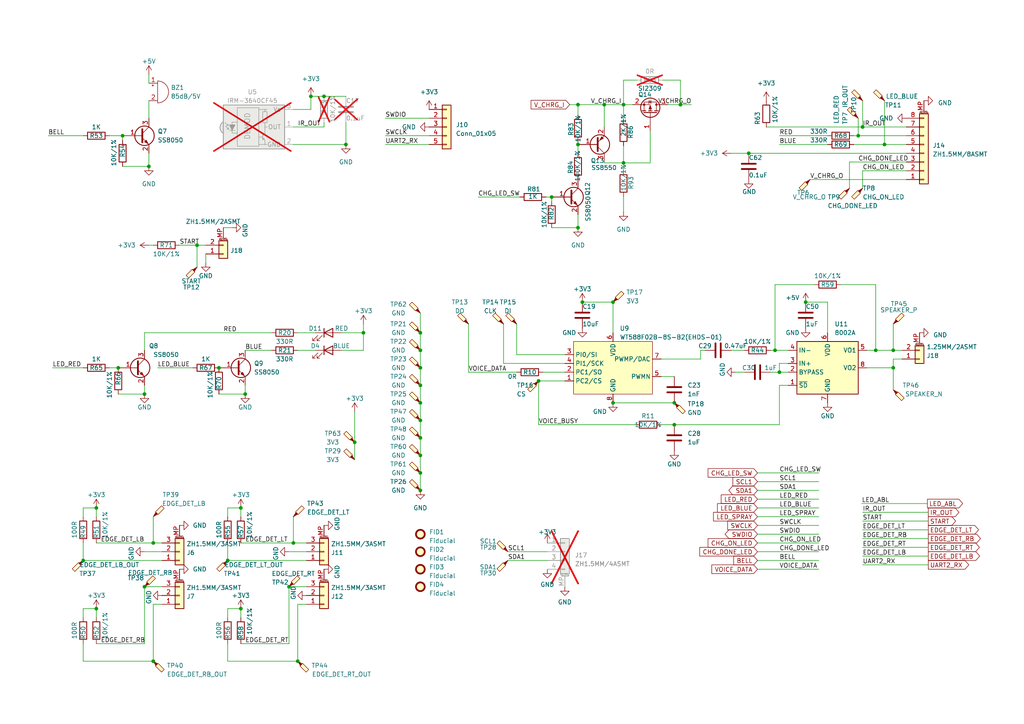
<source format=kicad_sch>
(kicad_sch (version 20230121) (generator eeschema)
  (paper "A4")
  (junction (at 195.58 116.84))
  (junction (at 226.06 107.95))
  (junction (at 217.17 44.45))
  (junction (at 160.02 57.15))
  (junction (at 86.36 191.77))
  (junction (at 233.68 87.63))
  (junction (at 102.87 128.27))
  (junction (at 121.92 121.92))
  (junction (at 224.79 101.6))
  (junction (at 248.92 39.37))
  (junction (at 250.19 36.83))
  (junction (at 177.8 116.84))
  (junction (at 24.13 162.56))
  (junction (at 254 101.6))
  (junction (at 121.92 106.68))
  (junction (at 57.15 71.12))
  (junction (at 197.358 30.353))
  (junction (at 63.5 106.68))
  (junction (at 256.54 41.91))
  (junction (at 93.98 27.94))
  (junction (at 167.64 30.353))
  (junction (at 180.848 30.353))
  (junction (at 66.04 162.56))
  (junction (at 121.92 116.84))
  (junction (at 121.92 101.6))
  (junction (at 69.85 176.53))
  (junction (at 121.92 132.08))
  (junction (at 27.94 147.32))
  (junction (at 85.09 157.48))
  (junction (at 259.08 101.6))
  (junction (at 168.91 87.63))
  (junction (at 27.94 176.53))
  (junction (at 195.58 123.19))
  (junction (at 177.8 87.63))
  (junction (at 43.18 48.26))
  (junction (at 41.91 114.3))
  (junction (at 121.92 96.52))
  (junction (at 100.33 41.91))
  (junction (at 259.08 106.68))
  (junction (at 105.41 96.52))
  (junction (at 121.92 111.76))
  (junction (at 83.82 170.18))
  (junction (at 44.45 191.77))
  (junction (at 35.56 39.37))
  (junction (at 41.91 170.18))
  (junction (at 156.21 110.49))
  (junction (at 175.26 30.353))
  (junction (at 44.45 157.48))
  (junction (at 121.92 142.24))
  (junction (at 167.64 41.91))
  (junction (at 69.85 147.32))
  (junction (at 167.64 66.04))
  (junction (at 121.92 127))
  (junction (at 180.848 47.244))
  (junction (at 34.29 106.68))
  (junction (at 90.17 27.94))
  (junction (at 121.92 137.16))
  (junction (at 71.12 114.3))
  (wire (pts (xy 246.38 54.61) (xy 246.38 46.99)))
  (wire (pts (xy 259.08 101.6) (xy 261.62 101.6)))
  (wire (pts (xy 248.92 39.37) (xy 262.89 39.37)))
  (wire (pts (xy 69.85 157.48) (xy 85.09 157.48)))
  (wire (pts (xy 86.36 191.77) (xy 86.36 175.26)))
  (wire (pts (xy 57.15 71.12) (xy 59.69 71.12)))
  (wire (pts (xy 121.92 121.92) (xy 121.92 116.84)))
  (wire (pts (xy 24.13 157.48) (xy 24.13 162.56)))
  (wire (pts (xy 158.369 57.15) (xy 160.02 57.15)))
  (wire (pts (xy 100.33 41.91) (xy 100.33 35.56)))
  (wire (pts (xy 250.19 158.75) (xy 269.24 158.75)))
  (wire (pts (xy 93.98 27.94) (xy 100.33 27.94)))
  (wire (pts (xy 249.936 146.05) (xy 268.986 146.05)))
  (wire (pts (xy 228.6 105.41) (xy 226.06 105.41)))
  (wire (pts (xy 102.87 128.27) (xy 102.87 133.35)))
  (wire (pts (xy 259.08 104.14) (xy 261.62 104.14)))
  (wire (pts (xy 254 101.6) (xy 259.08 101.6)))
  (wire (pts (xy 177.8 116.84) (xy 195.58 116.84)))
  (wire (pts (xy 105.41 93.98) (xy 105.41 96.52)))
  (wire (pts (xy 146.05 105.41) (xy 163.83 105.41)))
  (wire (pts (xy 121.92 90.805) (xy 121.92 96.52)))
  (wire (pts (xy 250.19 54.61) (xy 250.19 49.53)))
  (wire (pts (xy 165.227 30.353) (xy 167.64 30.353)))
  (wire (pts (xy 41.91 96.52) (xy 41.91 101.6)))
  (wire (pts (xy 147.32 162.56) (xy 158.75 162.56)))
  (wire (pts (xy 219.71 162.56) (xy 237.49 162.56)))
  (wire (pts (xy 219.71 154.94) (xy 237.49 154.94)))
  (wire (pts (xy 250.19 151.13) (xy 269.24 151.13)))
  (wire (pts (xy 191.77 104.14) (xy 203.2 104.14)))
  (wire (pts (xy 226.06 111.76) (xy 228.6 111.76)))
  (wire (pts (xy 256.54 29.21) (xy 256.54 41.91)))
  (wire (pts (xy 236.22 82.55) (xy 224.79 82.55)))
  (wire (pts (xy 197.358 30.353) (xy 193.675 30.353)))
  (wire (pts (xy 44.45 71.12) (xy 43.18 71.12)))
  (wire (pts (xy 256.54 41.91) (xy 262.89 41.91)))
  (wire (pts (xy 180.848 30.353) (xy 180.848 34.671)))
  (wire (pts (xy 52.07 71.12) (xy 57.15 71.12)))
  (wire (pts (xy 41.91 170.18) (xy 46.99 170.18)))
  (wire (pts (xy 85.09 149.86) (xy 85.09 157.48)))
  (wire (pts (xy 24.13 179.07) (xy 24.13 176.53)))
  (wire (pts (xy 160.02 66.04) (xy 167.64 66.04)))
  (wire (pts (xy 24.13 149.86) (xy 24.13 147.32)))
  (wire (pts (xy 251.46 106.68) (xy 259.08 106.68)))
  (wire (pts (xy 219.71 165.1) (xy 237.49 165.1)))
  (wire (pts (xy 167.64 30.353) (xy 167.64 33.401)))
  (wire (pts (xy 167.64 30.353) (xy 175.26 30.353)))
  (wire (pts (xy 43.18 29.21) (xy 43.18 34.29)))
  (wire (pts (xy 111.76 39.37) (xy 124.46 39.37)))
  (wire (pts (xy 250.19 148.59) (xy 269.24 148.59)))
  (wire (pts (xy 180.848 30.353) (xy 183.515 30.353)))
  (wire (pts (xy 86.36 96.52) (xy 91.44 96.52)))
  (wire (pts (xy 24.13 191.77) (xy 44.45 191.77)))
  (wire (pts (xy 121.92 106.68) (xy 121.92 111.76)))
  (wire (pts (xy 121.92 137.16) (xy 121.92 132.08)))
  (wire (pts (xy 66.04 191.77) (xy 86.36 191.77)))
  (wire (pts (xy 175.26 47.244) (xy 175.26 46.99)))
  (wire (pts (xy 24.13 162.56) (xy 46.99 162.56)))
  (wire (pts (xy 167.64 41.021) (xy 167.64 41.91)))
  (wire (pts (xy 226.06 123.19) (xy 226.06 111.76)))
  (wire (pts (xy 180.848 57.023) (xy 180.848 61.468)))
  (wire (pts (xy 203.2 101.6) (xy 204.47 101.6)))
  (wire (pts (xy 111.76 34.29) (xy 124.46 34.29)))
  (wire (pts (xy 64.77 66.04) (xy 67.31 66.04)))
  (wire (pts (xy 250.19 156.21) (xy 269.24 156.21)))
  (wire (pts (xy 35.56 39.37) (xy 35.56 40.64)))
  (wire (pts (xy 246.38 46.99) (xy 262.89 46.99)))
  (wire (pts (xy 85.09 41.91) (xy 100.33 41.91)))
  (wire (pts (xy 66.04 147.32) (xy 69.85 147.32)))
  (wire (pts (xy 219.71 157.48) (xy 237.49 157.48)))
  (wire (pts (xy 184.15 123.19) (xy 156.21 123.19)))
  (wire (pts (xy 233.68 87.63) (xy 240.03 87.63)))
  (wire (pts (xy 250.19 36.83) (xy 262.89 36.83)))
  (wire (pts (xy 219.71 144.78) (xy 237.49 144.78)))
  (wire (pts (xy 156.21 123.19) (xy 156.21 110.49)))
  (wire (pts (xy 240.03 87.63) (xy 240.03 96.52)))
  (wire (pts (xy 212.09 101.6) (xy 215.9 101.6)))
  (wire (pts (xy 254 101.6) (xy 251.46 101.6)))
  (wire (pts (xy 71.12 114.3) (xy 71.12 111.76)))
  (wire (pts (xy 44.45 175.26) (xy 46.99 175.26)))
  (wire (pts (xy 191.77 123.19) (xy 195.58 123.19)))
  (wire (pts (xy 66.04 149.86) (xy 66.04 147.32)))
  (wire (pts (xy 250.19 163.83) (xy 269.24 163.83)))
  (wire (pts (xy 111.76 41.91) (xy 124.46 41.91)))
  (wire (pts (xy 226.06 105.41) (xy 226.06 107.95)))
  (wire (pts (xy 44.45 157.48) (xy 46.99 157.48)))
  (wire (pts (xy 219.71 147.32) (xy 237.49 147.32)))
  (wire (pts (xy 45.72 106.68) (xy 55.88 106.68)))
  (wire (pts (xy 90.17 31.75) (xy 85.09 31.75)))
  (wire (pts (xy 93.98 36.83) (xy 93.98 35.56)))
  (wire (pts (xy 259.08 93.98) (xy 259.08 101.6)))
  (wire (pts (xy 43.18 21.59) (xy 43.18 24.13)))
  (wire (pts (xy 149.86 102.87) (xy 163.83 102.87)))
  (wire (pts (xy 69.85 147.32) (xy 69.85 149.86)))
  (wire (pts (xy 248.92 34.29) (xy 248.92 39.37)))
  (wire (pts (xy 138.684 57.15) (xy 150.749 57.15)))
  (wire (pts (xy 41.91 114.3) (xy 41.91 111.76)))
  (wire (pts (xy 219.71 137.16) (xy 237.49 137.16)))
  (wire (pts (xy 44.45 149.86) (xy 44.45 157.48)))
  (wire (pts (xy 250.19 29.21) (xy 250.19 36.83)))
  (wire (pts (xy 175.26 47.244) (xy 180.848 47.244)))
  (wire (pts (xy 43.18 44.45) (xy 43.18 48.26)))
  (wire (pts (xy 217.17 44.45) (xy 262.89 44.45)))
  (wire (pts (xy 121.92 101.6) (xy 121.92 106.68)))
  (wire (pts (xy 234.95 52.07) (xy 262.89 52.07)))
  (wire (pts (xy 168.91 87.63) (xy 177.8 87.63)))
  (wire (pts (xy 175.26 30.353) (xy 180.848 30.353)))
  (wire (pts (xy 259.08 106.68) (xy 259.08 104.14)))
  (wire (pts (xy 250.19 161.29) (xy 269.24 161.29)))
  (wire (pts (xy 57.15 71.12) (xy 57.15 77.47)))
  (wire (pts (xy 31.75 39.37) (xy 35.56 39.37)))
  (wire (pts (xy 167.64 62.23) (xy 167.64 66.04)))
  (wire (pts (xy 66.04 179.07) (xy 66.04 176.53)))
  (wire (pts (xy 27.94 157.48) (xy 44.45 157.48)))
  (wire (pts (xy 63.5 114.3) (xy 71.12 114.3)))
  (wire (pts (xy 254 82.55) (xy 254 101.6)))
  (wire (pts (xy 85.09 36.83) (xy 93.98 36.83)))
  (wire (pts (xy 219.71 152.4) (xy 237.49 152.4)))
  (wire (pts (xy 226.06 41.91) (xy 240.03 41.91)))
  (wire (pts (xy 184.658 23.241) (xy 180.848 23.241)))
  (wire (pts (xy 247.65 41.91) (xy 256.54 41.91)))
  (wire (pts (xy 195.58 109.22) (xy 191.77 109.22)))
  (wire (pts (xy 243.84 82.55) (xy 254 82.55)))
  (wire (pts (xy 41.91 96.52) (xy 78.74 96.52)))
  (wire (pts (xy 27.94 147.32) (xy 27.94 149.86)))
  (wire (pts (xy 217.17 44.45) (xy 212.09 44.45)))
  (wire (pts (xy 88.9 160.02) (xy 83.82 160.02)))
  (wire (pts (xy 27.94 176.53) (xy 27.94 179.07)))
  (wire (pts (xy 31.75 106.68) (xy 34.29 106.68)))
  (wire (pts (xy 35.56 48.26) (xy 43.18 48.26)))
  (wire (pts (xy 175.26 30.353) (xy 175.26 36.83)))
  (wire (pts (xy 99.06 96.52) (xy 105.41 96.52)))
  (wire (pts (xy 15.24 106.68) (xy 24.13 106.68)))
  (wire (pts (xy 219.71 149.86) (xy 237.49 149.86)))
  (wire (pts (xy 102.87 119.38) (xy 102.87 128.27)))
  (wire (pts (xy 13.97 39.37) (xy 24.13 39.37)))
  (wire (pts (xy 223.52 107.95) (xy 226.06 107.95)))
  (wire (pts (xy 226.06 107.95) (xy 228.6 107.95)))
  (wire (pts (xy 24.13 186.69) (xy 24.13 191.77)))
  (wire (pts (xy 135.89 93.98) (xy 135.89 107.95)))
  (wire (pts (xy 156.21 110.49) (xy 163.83 110.49)))
  (wire (pts (xy 215.9 107.95) (xy 213.36 107.95)))
  (wire (pts (xy 86.36 101.6) (xy 91.44 101.6)))
  (wire (pts (xy 121.92 142.24) (xy 121.92 137.16)))
  (wire (pts (xy 86.36 175.26) (xy 88.9 175.26)))
  (wire (pts (xy 66.04 162.56) (xy 88.9 162.56)))
  (wire (pts (xy 46.99 160.02) (xy 41.91 160.02)))
  (wire (pts (xy 180.848 47.244) (xy 180.848 49.403)))
  (wire (pts (xy 219.71 160.02) (xy 237.49 160.02)))
  (wire (pts (xy 121.92 111.76) (xy 121.92 116.84)))
  (wire (pts (xy 69.85 176.53) (xy 69.85 179.07)))
  (wire (pts (xy 250.19 153.67) (xy 269.24 153.67)))
  (wire (pts (xy 180.848 47.244) (xy 188.595 47.244)))
  (wire (pts (xy 121.92 132.08) (xy 121.92 127)))
  (wire (pts (xy 146.05 93.98) (xy 146.05 105.41)))
  (wire (pts (xy 200.533 30.353) (xy 197.358 30.353)))
  (wire (pts (xy 90.17 27.94) (xy 90.17 31.75)))
  (wire (pts (xy 180.848 42.291) (xy 180.848 47.244)))
  (wire (pts (xy 226.06 39.37) (xy 240.03 39.37)))
  (wire (pts (xy 66.04 176.53) (xy 69.85 176.53)))
  (wire (pts (xy 69.85 186.69) (xy 83.82 186.69)))
  (wire (pts (xy 24.13 176.53) (xy 27.94 176.53)))
  (wire (pts (xy 180.848 23.241) (xy 180.848 30.353)))
  (wire (pts (xy 149.86 93.98) (xy 149.86 102.87)))
  (wire (pts (xy 135.89 107.95) (xy 149.86 107.95)))
  (wire (pts (xy 167.64 41.91) (xy 167.64 44.45)))
  (wire (pts (xy 71.12 101.6) (xy 78.74 101.6)))
  (wire (pts (xy 90.17 27.94) (xy 93.98 27.94)))
  (wire (pts (xy 160.02 57.15) (xy 160.02 58.42)))
  (wire (pts (xy 24.13 147.32) (xy 27.94 147.32)))
  (wire (pts (xy 224.79 101.6) (xy 228.6 101.6)))
  (wire (pts (xy 34.29 114.3) (xy 41.91 114.3)))
  (wire (pts (xy 223.52 101.6) (xy 224.79 101.6)))
  (wire (pts (xy 121.92 96.52) (xy 121.92 101.6)))
  (wire (pts (xy 203.2 101.6) (xy 203.2 104.14)))
  (wire (pts (xy 195.58 123.19) (xy 226.06 123.19)))
  (wire (pts (xy 85.09 157.48) (xy 88.9 157.48)))
  (wire (pts (xy 44.45 191.77) (xy 44.45 175.26)))
  (wire (pts (xy 177.8 87.63) (xy 177.8 96.52)))
  (wire (pts (xy 105.41 101.6) (xy 99.06 101.6)))
  (wire (pts (xy 41.91 186.69) (xy 41.91 170.18)))
  (wire (pts (xy 59.69 76.2) (xy 59.69 73.66)))
  (wire (pts (xy 219.71 142.24) (xy 237.49 142.24)))
  (wire (pts (xy 259.08 106.68) (xy 259.08 113.03)))
  (wire (pts (xy 157.48 107.95) (xy 163.83 107.95)))
  (wire (pts (xy 66.04 157.48) (xy 66.04 162.56)))
  (wire (pts (xy 222.25 36.83) (xy 250.19 36.83)))
  (wire (pts (xy 219.71 139.7) (xy 237.49 139.7)))
  (wire (pts (xy 83.82 170.18) (xy 88.9 170.18)))
  (wire (pts (xy 197.358 23.241) (xy 197.358 30.353)))
  (wire (pts (xy 83.82 186.69) (xy 83.82 170.18)))
  (wire (pts (xy 66.04 186.69) (xy 66.04 191.77)))
  (wire (pts (xy 188.595 37.973) (xy 188.595 47.244)))
  (wire (pts (xy 147.32 160.02) (xy 158.75 160.02)))
  (wire (pts (xy 121.92 127) (xy 121.92 121.92)))
  (wire (pts (xy 224.79 82.55) (xy 224.79 101.6)))
  (wire (pts (xy 250.19 49.53) (xy 262.89 49.53)))
  (wire (pts (xy 27.94 186.69) (xy 41.91 186.69)))
  (wire (pts (xy 192.278 23.241) (xy 197.358 23.241)))
  (wire (pts (xy 105.41 96.52) (xy 105.41 101.6)))
  (wire (pts (xy 247.65 39.37) (xy 248.92 39.37)))
  (label "LED_ABL" (at 249.936 146.05 0))
  (label "CHG_LED_SW" (at 226.06 137.16 0))
  (label "SWCLK" (at 226.06 152.4 0))
  (label "BELL" (at 13.97 39.37 0))
  (label "EDGE_DET_RB" (at 29.21 186.69 0))
  (label "VOICE_BUSY" (at 156.21 123.19 0))
  (label "SWDIO" (at 226.06 154.94 0))
  (label "EDGE_DET_RT" (at 250.19 158.75 0))
  (label "VOICE_DATA" (at 226.06 165.1 0))
  (label "SDA1" (at 226.06 142.24 0))
  (label "V_CHRG_I" (at 171.323 30.353 0))
  (label "EDGE_DET_LB" (at 250.19 161.29 0))
  (label "CHG_ON_LED" (at 250.19 49.53 0))
  (label "IR_OUT" (at 250.19 148.59 0))
  (label "EDGE_DET_LT" (at 71.12 157.48 0))
  (label "LED_RED" (at 15.24 106.68 0))
  (label "EDGE_DET_RB" (at 250.19 156.21 0))
  (label "LED_RED" (at 226.06 144.78 0))
  (label "SWDIO" (at 111.76 34.29 0))
  (label "CHG_DONE_LED" (at 226.06 160.02 0))
  (label "V_CHRG_O" (at 200.533 30.353 180))
  (label "EDGE_DET_LT" (at 250.19 153.67 0))
  (label "BLUE" (at 71.12 101.6 0))
  (label "VOICE_DATA" (at 135.89 107.95 0))
  (label "SWCLK" (at 111.76 39.37 0))
  (label "CHG_DONE_LED" (at 248.92 46.99 0))
  (label "CHG_LED_SW" (at 138.684 57.15 0))
  (label "BELL" (at 226.06 162.56 0))
  (label "EDGE_DET_RT" (at 71.12 186.69 0))
  (label "SDA1" (at 147.32 162.56 0))
  (label "RED" (at 226.06 39.37 0))
  (label "UART2_RX" (at 111.76 41.91 0))
  (label "LED_BLUE" (at 226.06 147.32 0))
  (label "EDGE_DET_LB" (at 29.21 157.48 0))
  (label "BLUE" (at 226.06 41.91 0))
  (label "START" (at 250.19 151.13 0))
  (label "UART2_RX" (at 250.19 163.83 0))
  (label "IR_OUT" (at 250.19 36.83 0))
  (label "CHG_ON_LED" (at 226.06 157.48 0))
  (label "LED_SPRAY" (at 226.06 149.86 0))
  (label "SCL1" (at 226.06 139.7 0))
  (label "LED_BLUE" (at 45.72 106.68 0))
  (label "IR_OUT" (at 86.36 36.83 0))
  (label "SCL1" (at 147.32 160.02 0))
  (label "V_CHRG_O" (at 234.95 52.07 0))
  (label "RED" (at 64.77 96.52 0))
  (label "START" (at 52.07 71.12 0))
  (global_label "VOICE_DATA" (shape input) (at 219.71 165.1 180) (property "Intersheetrefs" "${INTERSHEET_REFS}" (effects hide)))
  (global_label "LED_SPRAY" (shape input) (at 219.71 149.86 180) (property "Intersheetrefs" "${INTERSHEET_REFS}" (effects hide)))
  (global_label "SDA1" (shape bidirectional) (at 219.71 142.24 180) (property "Intersheetrefs" "${INTERSHEET_REFS}" (effects hide)))
  (global_label "V_CHRG_I" (shape input) (at 165.227 30.353 180) (property "Intersheetrefs" "${INTERSHEET_REFS}" (effects hide)))
  (global_label "LED_RED" (shape input) (at 219.71 144.78 180) (property "Intersheetrefs" "${INTERSHEET_REFS}" (effects hide)))
  (global_label "CHG_LED_SW" (shape input) (at 219.71 137.16 180) (property "Intersheetrefs" "${INTERSHEET_REFS}" (effects hide)))
  (global_label "EDGE_DET_RT" (shape output) (at 269.24 158.75 0) (property "Intersheetrefs" "${INTERSHEET_REFS}" (effects hide)))
  (global_label "SWDIO" (shape bidirectional) (at 219.71 154.94 180) (property "Intersheetrefs" "${INTERSHEET_REFS}" (effects hide)))
  (global_label "UART2_RX" (shape output) (at 269.24 163.83 0) (property "Intersheetrefs" "${INTERSHEET_REFS}" (effects hide)))
  (global_label "EDGE_DET_LT" (shape output) (at 269.24 153.67 0) (property "Intersheetrefs" "${INTERSHEET_REFS}" (effects hide)))
  (global_label "EDGE_DET_LB" (shape output) (at 269.24 161.29 0) (property "Intersheetrefs" "${INTERSHEET_REFS}" (effects hide)))
  (global_label "START" (shape output) (at 269.24 151.13 0) (property "Intersheetrefs" "${INTERSHEET_REFS}" (effects hide)))
  (global_label "SWCLK" (shape input) (at 219.71 152.4 180) (property "Intersheetrefs" "${INTERSHEET_REFS}" (effects hide)))
  (global_label "IR_OUT" (shape output) (at 269.24 148.59 0) (property "Intersheetrefs" "${INTERSHEET_REFS}" (effects hide)))
  (global_label "SCL1" (shape input) (at 219.71 139.7 180) (property "Intersheetrefs" "${INTERSHEET_REFS}" (effects hide)))
  (global_label "LED_BLUE" (shape input) (at 219.71 147.32 180) (property "Intersheetrefs" "${INTERSHEET_REFS}" (effects hide)))
  (global_label "EDGE_DET_RB" (shape output) (at 269.24 156.21 0) (property "Intersheetrefs" "${INTERSHEET_REFS}" (effects hide)))
  (global_label "CHG_DONE_LED" (shape input) (at 219.71 160.02 180) (property "Intersheetrefs" "${INTERSHEET_REFS}" (effects hide)))
  (global_label "CHG_ON_LED" (shape input) (at 219.71 157.48 180) (property "Intersheetrefs" "${INTERSHEET_REFS}" (effects hide)))
  (global_label "BELL" (shape input) (at 219.71 162.56 180) (property "Intersheetrefs" "${INTERSHEET_REFS}" (effects hide)))
  (global_label "LED_ABL" (shape output) (at 268.986 146.05 0) (property "Intersheetrefs" "${INTERSHEET_REFS}" (effects hide)))
  (symbol (lib_id "power:GND") (at 267.97 29.21 90) (unit 1)
    (property "Reference" "#PWR018" (effects hide))
    (property "Value" "GND" (at 272.034 29.845 90) (effects (justify right)))
  )
  (symbol (lib_id "Device:C") (at 219.71 107.95 90) (unit 1)
    (property "Reference" "C30" (at 217.17 106.68 90))
    (property "Value" "1uF" (at 223.52 106.68 90))
    (property "Footprint" "Capacitor_SMD:C_0603_1608Metric" (effects hide))
  )
  (symbol (lib_id "Connector:TestPoint_Probe") (at 86.36 191.77 270) (unit 1)
    (property "Reference" "TP44" (at 92.71 193.04 90))
    (property "Value" "EDGE_DET_RT_OUT" (at 99.06 195.58 90))
    (property "Footprint" "TestPoint:TestPoint_Pad_D1.5mm" (effects hide))
  )
  (symbol (lib_id "power:+3V3") (at 222.25 29.21 0) (unit 1)
    (property "Reference" "#PWR0203" (effects hide))
    (property "Value" "+3V3" (at 222.25 24.13 0))
  )
  (symbol (lib_id "Ovo_Audio:WT588F02B-8S") (at 177.8 106.68 0) (unit 1)
    (property "Reference" "U9" (at 179.7559 95.25 0) (effects (justify left)))
    (property "Value" "WT588F02B-8S-B2(EHDS-01)" (at 179.7559 97.79 0) (effects (justify left)))
    (property "Footprint" "Package_SO:SOIC-8_3.9x4.9mm_P1.27mm" (effects hide))
  )
  (symbol (lib_id "Device:LED") (at 95.25 101.6 0) (unit 1)
    (property "Reference" "D4" (at 91.44 100.33 0))
    (property "Value" "BLUE" (at 99.06 100.33 0))
    (property "Footprint" "LED_SMD:LED_0805_2012Metric" (effects hide))
  )
  (symbol (lib_id "Device:R") (at 167.64 48.26 180) (unit 1)
    (property "Reference" "R84" (at 165.481 48.514 90))
    (property "Value" "100K/1%" (at 167.513 48.133 90))
    (property "Footprint" "Resistor_SMD:R_0603_1608Metric" (effects hide))
    (instances (project "cleanrobot-square-main" (path "" (reference "R84") (unit 1)) (path "" (reference "R?") (unit 1))))
  )
  (symbol (lib_id "Connector:TestPoint_Probe") (at 121.92 121.92 90) (unit 1)
    (property "Reference" "TP47" (at 115.57 119.38 90))
    (property "Value" "GND" (at 115.57 121.92 90))
    (property "Footprint" "TestPoint:TestPoint_Pad_D1.5mm" (effects hide))
  )
  (symbol (lib_id "Device:R") (at 27.94 153.67 0) (unit 1)
    (property "Reference" "R51" (at 27.94 156.21 90) (effects (justify left)))
    (property "Value" "10K/1%" (at 30.48 156.21 90) (effects (justify left)))
    (property "Footprint" "Resistor_SMD:R_0603_1608Metric" (effects hide))
  )
  (symbol (lib_id "power:GND") (at 240.03 116.84 0) (unit 1)
    (property "Reference" "#PWR0156" (effects hide))
    (property "Value" "GND" (at 240.03 120.65 0))
  )
  (symbol (lib_id "power:GND") (at 266.7 96.52 90) (unit 1)
    (property "Reference" "#PWR020" (effects hide))
    (property "Value" "GND" (at 270.637 97.155 90) (effects (justify right)))
  )
  (symbol (lib_id "power:GND") (at 213.36 107.95 270) (unit 1)
    (property "Reference" "#PWR0178" (effects hide))
    (property "Value" "GND" (at 209.55 109.22 0) (effects (justify right)))
  )
  (symbol (lib_id "Connector_Generic:Conn_01x05") (at 129.54 36.83 0) (unit 1)
    (property "Reference" "J10" (at 132.207 36.195 0) (effects (justify left)))
    (property "Value" "Conn_01x05 " (at 132.207 38.735 0) (effects (justify left)))
    (property "Footprint" "Connector_PinHeader_2.00mm:PinHeader_1x05_P2.00mm_Vertical" (effects hide))
  )
  (symbol (lib_id "Device:R") (at 180.848 38.481 180) (unit 1)
    (property "Reference" "R86" (at 182.88 40.259 90) (effects (justify right)))
    (property "Value" "2K/1%" (at 180.848 39.624 90) (effects (justify right)))
    (property "Footprint" "Resistor_SMD:R_0603_1608Metric" (effects hide))
    (instances (project "cleanrobot-square-main" (path "" (reference "R86") (unit 1)) (path "" (reference "R?") (unit 1))))
  )
  (symbol (lib_id "power:+3V3") (at 43.18 71.12 90) (unit 1)
    (property "Reference" "#PWR0198" (effects hide))
    (property "Value" "+3V3" (at 39.37 71.1199 90) (effects (justify left)))
  )
  (symbol (lib_id "Device:C") (at 100.33 31.75 0) (unit 1) (in_bom no) (dnp yes)
    (property "Reference" "C17" (at 100.33 29.21 0) (effects (justify left)))
    (property "Value" "0.1uF" (at 100.33 34.29 0) (effects (justify left)))
    (property "Footprint" "Capacitor_SMD:C_0603_1608Metric" (effects hide))
  )
  (symbol (lib_id "Connector:TestPoint_Probe") (at 259.08 93.98 0) (unit 1)
    (property "Reference" "TP45" (at 260.731 88.138 0))
    (property "Value" "SPEAKER_P" (at 260.731 89.916 0))
    (property "Footprint" "TestPoint:TestPoint_Pad_D1.5mm" (effects hide))
  )
  (symbol (lib_id "power:+3V3") (at 69.85 147.32 0) (unit 1)
    (property "Reference" "#PWR0205" (effects hide))
    (property "Value" "+3V3" (at 69.85 143.51 0))
  )
  (symbol (lib_id "power:+3V3") (at 102.87 119.38 0) (unit 1)
    (property "Reference" "#PWR0222" (effects hide))
    (property "Value" "+3V3" (at 102.87 115.57 0))
  )
  (symbol (lib_id "Device:R") (at 222.25 33.02 180) (unit 1)
    (property "Reference" "R63" (at 219.71 34.29 90))
    (property "Value" "10K/1%" (at 224.79 31.75 90))
    (property "Footprint" "Resistor_SMD:R_0603_1608Metric" (effects hide))
  )
  (symbol (lib_id "Device:R") (at 69.85 182.88 0) (unit 1)
    (property "Reference" "R58" (at 69.85 185.42 90) (effects (justify left)))
    (property "Value" "10K/1%" (at 72.39 184.15 90) (effects (justify left)))
    (property "Footprint" "Resistor_SMD:R_0603_1608Metric" (effects hide))
  )
  (symbol (lib_id "Device:C") (at 168.91 91.44 0) (unit 1)
    (property "Reference" "C19" (at 168.91 88.9 0) (effects (justify left)))
    (property "Value" "10uF" (at 168.91 93.98 0) (effects (justify left)))
    (property "Footprint" "Capacitor_SMD:C_0603_1608Metric" (effects hide))
  )
  (symbol (lib_id "power:GND") (at 52.07 152.4 90) (unit 1)
    (property "Reference" "#PWR012" (effects hide))
    (property "Value" "GND" (at 55.88 152.4 90) (effects (justify right)))
  )
  (symbol (lib_id "Device:R") (at 160.02 62.23 0) (unit 1)
    (property "Reference" "R82" (at 159.893 63.881 90) (effects (justify left)))
    (property "Value" "10K/1%" (at 157.861 66.167 90) (effects (justify left)))
    (property "Footprint" "Resistor_SMD:R_0603_1608Metric" (effects hide))
    (instances (project "cleanrobot-square-main" (path "" (reference "R82") (unit 1)) (path "" (reference "R?") (unit 1))))
  )
  (symbol (lib_id "Device:R") (at 153.67 107.95 90) (unit 1)
    (property "Reference" "R10" (at 153.67 107.95 90))
    (property "Value" "0R" (at 148.59 109.22 90))
    (property "Footprint" "Resistor_SMD:R_0603_1608Metric" (effects hide))
  )
  (symbol (lib_id "Device:R") (at 188.468 23.241 90) (unit 1) (in_bom no) (dnp yes)
    (property "Reference" "R85" (at 188.468 23.241 90))
    (property "Value" "0R" (at 188.468 20.701 90))
    (property "Footprint" "Resistor_SMD:R_0603_1608Metric" (effects hide))
  )
  (symbol (lib_id "power:GND") (at 217.17 52.07 0) (unit 1)
    (property "Reference" "#PWR0204" (effects hide))
    (property "Value" "GND" (at 217.297 55.626 0))
  )
  (symbol (lib_id "Connector:TestPoint_Probe") (at 102.87 128.27 90) (unit 1)
    (property "Reference" "TP63" (at 96.52 125.73 90))
    (property "Value" "3V3" (at 96.52 128.27 90))
    (property "Footprint" "TestPoint:TestPoint_Pad_D1.5mm" (effects hide))
  )
  (symbol (lib_id "Device:R") (at 27.94 106.68 90) (unit 1)
    (property "Reference" "R65" (at 27.94 106.68 90))
    (property "Value" "1K" (at 27.94 104.14 90))
    (property "Footprint" "Resistor_SMD:R_0603_1608Metric" (effects hide))
  )
  (symbol (lib_id "Connector:TestPoint_Probe") (at 135.89 93.98 90) (unit 1)
    (property "Reference" "TP13" (at 133.35 87.63 90))
    (property "Value" "DO" (at 133.35 90.17 90))
    (property "Footprint" "TestPoint:TestPoint_Pad_D1.5mm" (effects hide))
  )
  (symbol (lib_id "power:+3V3") (at 90.17 27.94 0) (unit 1)
    (property "Reference" "#PWR0116" (effects hide))
    (property "Value" "+3V3" (at 90.17 22.86 0))
  )
  (symbol (lib_id "Device:R") (at 24.13 153.67 0) (unit 1)
    (property "Reference" "R49" (at 24.13 156.21 90) (effects (justify left)))
    (property "Value" "100R" (at 21.59 156.21 90) (effects (justify left)))
    (property "Footprint" "Resistor_SMD:R_0603_1608Metric" (effects hide))
  )
  (symbol (lib_id "power:GND") (at 168.91 95.25 0) (unit 1)
    (property "Reference" "#PWR0135" (effects hide))
    (property "Value" "GND" (at 165.1 96.52 0))
  )
  (symbol (lib_id "Device:R") (at 187.96 123.19 90) (unit 1)
    (property "Reference" "R11" (at 187.96 120.65 90))
    (property "Value" "10K/1%" (at 187.96 123.19 90))
    (property "Footprint" "Resistor_SMD:R_0603_1608Metric" (effects hide))
  )
  (symbol (lib_id "Device:R") (at 34.29 110.49 0) (unit 1)
    (property "Reference" "R66" (at 34.29 111.76 90) (effects (justify left)))
    (property "Value" "10K/1%" (at 31.75 115.57 90) (effects (justify left)))
    (property "Footprint" "Resistor_SMD:R_0603_1608Metric" (effects hide))
  )
  (symbol (lib_id "Connector:TestPoint_Probe") (at 121.92 90.805 90) (unit 1)
    (property "Reference" "TP62" (at 115.57 88.265 90))
    (property "Value" "GND" (at 115.57 90.805 90))
    (property "Footprint" "TestPoint:TestPoint_Pad_D1.5mm" (effects hide))
  )
  (symbol (lib_id "Connector:TestPoint_Probe") (at 259.08 113.03 270) (unit 1)
    (property "Reference" "TP46" (at 264.16 111.76 90))
    (property "Value" "SPEAKER_N" (at 267.97 114.3 90))
    (property "Footprint" "TestPoint:TestPoint_Pad_D1.5mm" (effects hide))
  )
  (symbol (lib_id "Device:R") (at 82.55 96.52 90) (unit 1)
    (property "Reference" "R20" (at 82.55 96.52 90))
    (property "Value" "330R" (at 82.55 99.06 90))
    (property "Footprint" "Resistor_SMD:R_0603_1608Metric" (effects hide))
  )
  (symbol (lib_id "Connector_Generic_MountingPin:Conn_01x08_MountingPin") (at 267.97 44.45 0) (mirror x) (unit 1)
    (property "Reference" "J14" (at 270.51 42.1894 0) (effects (justify left)))
    (property "Value" "ZH1.5MM/8ASMT" (at 270.51 44.7294 0) (effects (justify left)))
    (property "Footprint" "Ovo_Connector_JST:JST_ZH_B8B-ZR-SM4-TF_1x08-1MP_P1.50mm_Vertical" (effects hide))
  )
  (symbol (lib_id "power:+3V3") (at 168.91 87.63 0) (unit 1)
    (property "Reference" "#PWR0149" (effects hide))
    (property "Value" "+3V3" (at 168.91 83.82 0))
  )
  (symbol (lib_id "power:GND") (at 177.8 116.84 0) (unit 1)
    (property "Reference" "#PWR0148" (effects hide))
    (property "Value" "GND" (at 173.99 119.38 0))
  )
  (symbol (lib_id "Connector:TestPoint_Probe") (at 24.13 162.56 180) (unit 1)
    (property "Reference" "TP37" (at 25.4 166.37 0))
    (property "Value" "EDGE_DET_LB_OUT" (at 31.75 163.83 0))
    (property "Footprint" "TestPoint:TestPoint_Pad_D1.5mm" (effects hide))
  )
  (symbol (lib_id "Connector:TestPoint_Probe") (at 121.92 132.08 90) (unit 1)
    (property "Reference" "TP60" (at 115.57 129.54 90))
    (property "Value" "GND" (at 115.57 132.08 90))
    (property "Footprint" "TestPoint:TestPoint_Pad_D1.5mm" (effects hide))
  )
  (symbol (lib_id "power:GND") (at 195.58 130.81 0) (unit 1)
    (property "Reference" "#PWR0127" (effects hide))
    (property "Value" "GND" (at 195.58 134.62 0))
  )
  (symbol (lib_id "power:+3V3") (at 27.94 147.32 0) (unit 1)
    (property "Reference" "#PWR0206" (effects hide))
    (property "Value" "+3V3" (at 27.94 143.51 0))
  )
  (symbol (lib_id "Mechanical:Fiducial") (at 121.92 170.18 0) (unit 1) (in_bom no)
    (property "Reference" "FID4" (at 124.46 169.545 0) (effects (justify left)))
    (property "Value" "Fiducial" (at 124.46 172.085 0) (effects (justify left)))
    (property "Footprint" "Fiducial:Fiducial_1mm_Mask2mm" (effects hide))
  )
  (symbol (lib_id "Connector:TestPoint_Probe") (at 44.45 149.86 0) (unit 1)
    (property "Reference" "TP39" (at 49.53 143.51 0))
    (property "Value" "EDGE_DET_LB" (at 53.34 146.05 0))
    (property "Footprint" "TestPoint:TestPoint_Pad_D1.5mm" (effects hide))
  )
  (symbol (lib_id "Connector:TestPoint_Probe") (at 121.92 127 90) (unit 1)
    (property "Reference" "TP48" (at 115.57 124.46 90))
    (property "Value" "GND" (at 115.57 127 90))
    (property "Footprint" "TestPoint:TestPoint_Pad_D1.5mm" (effects hide))
  )
  (symbol (lib_id "power:GND") (at 41.91 160.02 270) (unit 1)
    (property "Reference" "#PWR0216" (effects hide))
    (property "Value" "GND" (at 38.1 162.56 0) (effects (justify right)))
  )
  (symbol (lib_id "Connector:TestPoint_Probe") (at 246.38 54.61 180) (unit 1)
    (property "Reference" "TP9" (at 240.03 57.15 0) (effects (justify right)))
    (property "Value" "CHG_DONE_LED" (at 240.03 59.69 0) (effects (justify right)))
    (property "Footprint" "TestPoint:TestPoint_Pad_D1.5mm" (effects hide))
  )
  (symbol (lib_id "Device:R") (at 27.94 182.88 0) (unit 1)
    (property "Reference" "R52" (at 27.94 185.42 90) (effects (justify left)))
    (property "Value" "10K/1%" (at 30.48 185.42 90) (effects (justify left)))
    (property "Footprint" "Resistor_SMD:R_0603_1608Metric" (effects hide))
  )
  (symbol (lib_id "Device:R") (at 24.13 182.88 0) (unit 1)
    (property "Reference" "R50" (at 24.13 185.42 90) (effects (justify left)))
    (property "Value" "100R" (at 21.59 185.42 90) (effects (justify left)))
    (property "Footprint" "Resistor_SMD:R_0603_1608Metric" (effects hide))
  )
  (symbol (lib_id "Connector_Generic_MountingPin:Conn_01x02_MountingPin") (at 64.77 73.66 0) (mirror x) (unit 1)
    (property "Reference" "J18" (at 66.802 72.6694 0) (effects (justify left)))
    (property "Value" "ZH1.5MM/2ASMT" (at 53.848 64.262 0) (effects (justify left)))
    (property "Footprint" "Ovo_Connector_JST:JST_ZH_B2B-ZR-SM4-TF_1x02-1MP_P1.50mm_Vertical" (effects hide))
    (instances (project "cleanrobot-square-main" (path "" (reference "J18") (unit 1)) (path "" (reference "J13") (unit 1))))
  )
  (symbol (lib_id "power:+3V3") (at 105.41 93.98 0) (unit 1)
    (property "Reference" "#PWR0114" (effects hide))
    (property "Value" "+3V3" (at 105.41 90.17 0))
  )
  (symbol (lib_id "power:GND") (at 67.31 66.04 90) (unit 1)
    (property "Reference" "#PWR019" (effects hide))
    (property "Value" "GND" (at 71.12 64.77 0) (effects (justify right)))
  )
  (symbol (lib_id "Connector:TestPoint_Probe") (at 102.87 133.35 90) (unit 1)
    (property "Reference" "TP29" (at 96.52 130.81 90))
    (property "Value" "3V3" (at 96.52 133.35 90))
    (property "Footprint" "TestPoint:TestPoint_Pad_D1.5mm" (effects hide))
  )
  (symbol (lib_id "power:GND") (at 180.848 61.468 0) (unit 1)
    (property "Reference" "#PWR036" (effects hide))
    (property "Value" "GND" (at 180.848 66.548 0))
    (instances (project "cleanrobot-square-main" (path "" (reference "#PWR036") (unit 1)) (path "" (reference "#PWR044") (unit 1))))
  )
  (symbol (lib_id "power:GND") (at 59.69 76.2 0) (unit 1)
    (property "Reference" "#PWR0126" (effects hide))
    (property "Value" "GND" (at 59.69 80.01 0))
  )
  (symbol (lib_id "Device:C") (at 195.58 127 0) (unit 1)
    (property "Reference" "C28" (at 199.39 125.7299 0) (effects (justify left)))
    (property "Value" "1uF" (at 199.39 128.2699 0) (effects (justify left)))
    (property "Footprint" "Capacitor_SMD:C_0603_1608Metric" (effects hide))
  )
  (symbol (lib_id "Device:Buzzer") (at 45.72 26.67 0) (unit 1)
    (property "Reference" "BZ1" (at 49.53 25.3999 0) (effects (justify left)))
    (property "Value" "85dB/5V" (at 49.53 27.9399 0) (effects (justify left)))
    (property "Footprint" "Buzzer_Beeper:Buzzer_12x9.5RM7.6" (effects hide))
  )
  (symbol (lib_id "Device:Q_NPN_BEC") (at 40.64 39.37 0) (unit 1)
    (property "Reference" "Q7" (at 45.72 38.0999 0) (effects (justify left)))
    (property "Value" "SS8050" (at 45.72 40.6399 0) (effects (justify left)))
    (property "Footprint" "Package_TO_SOT_SMD:SOT-23" (effects hide))
  )
  (symbol (lib_id "power:+5V") (at 43.18 21.59 0) (unit 1)
    (property "Reference" "#PWR0219" (effects hide))
    (property "Value" "+5V" (at 43.18 17.78 0))
  )
  (symbol (lib_id "Connector_Generic_MountingPin:Conn_01x04_MountingPin") (at 163.83 160.02 0) (unit 1) (in_bom no) (dnp yes)
    (property "Reference" "J17" (at 166.751 161.0106 0) (effects (justify left)))
    (property "Value" "ZH1.5MM/4ASMT" (at 166.751 163.5506 0) (effects (justify left)))
    (property "Footprint" "Ovo_Connector_JST:JST_ZH_B4B-ZR-SM4-TF_1x04-1MP_P1.50mm_Vertical" (effects hide))
  )
  (symbol (lib_id "Device:Q_NPN_BEC") (at 39.37 106.68 0) (unit 1)
    (property "Reference" "Q8" (at 43.18 100.33 0) (effects (justify left)))
    (property "Value" "SS8050" (at 44.45 102.87 0) (effects (justify left)))
    (property "Footprint" "Package_TO_SOT_SMD:SOT-23" (effects hide))
  )
  (symbol (lib_id "Connector:TestPoint_Probe") (at 156.21 110.49 180) (unit 1)
    (property "Reference" "TP16" (at 149.86 111.76 0) (effects (justify right)))
    (property "Value" "CS" (at 149.86 114.3 0) (effects (justify right)))
    (property "Footprint" "TestPoint:TestPoint_Pad_D1.5mm" (effects hide))
  )
  (symbol (lib_id "Mechanical:Fiducial") (at 121.92 154.94 0) (unit 1) (in_bom no)
    (property "Reference" "FID1" (at 124.46 154.305 0) (effects (justify left)))
    (property "Value" "Fiducial" (at 124.46 156.845 0) (effects (justify left)))
    (property "Footprint" "Fiducial:Fiducial_1mm_Mask2mm" (effects hide))
  )
  (symbol (lib_id "Connector:TestPoint_Probe") (at 121.92 116.84 90) (unit 1)
    (property "Reference" "TP25" (at 115.57 114.3 90))
    (property "Value" "GND" (at 115.57 116.84 90))
    (property "Footprint" "TestPoint:TestPoint_Pad_D1.5mm" (effects hide))
  )
  (symbol (lib_id "Device:R") (at 82.55 101.6 90) (unit 1)
    (property "Reference" "R21" (at 82.55 101.6 90))
    (property "Value" "330R" (at 82.55 104.14 90))
    (property "Footprint" "Resistor_SMD:R_0603_1608Metric" (effects hide))
  )
  (symbol (lib_id "Device:Q_PMOS_GSD") (at 188.595 32.893 270) (mirror x) (unit 1)
    (property "Reference" "Q14" (at 187.071 27.432 90))
    (property "Value" "SI2309" (at 188.468 25.654 90))
    (property "Footprint" "Package_TO_SOT_SMD:SOT-23" (effects hide))
    (instances (project "cleanrobot-square-main" (path "" (reference "Q14") (unit 1)) (path "" (reference "Q?") (unit 1))))
  )
  (symbol (lib_id "power:GND") (at 167.64 66.04 0) (unit 1)
    (property "Reference" "#PWR017" (effects hide))
    (property "Value" "GND" (at 167.64 71.12 0))
    (instances (project "cleanrobot-square-main" (path "" (reference "#PWR017") (unit 1)) (path "" (reference "#PWR036") (unit 1))))
  )
  (symbol (lib_id "Connector_Generic_MountingPin:Conn_01x03_MountingPin") (at 52.07 172.72 0) (mirror x) (unit 1)
    (property "Reference" "J7" (at 54.102 172.9994 0) (effects (justify left)))
    (property "Value" "ZH1.5MM/3ASMT" (at 54.102 170.4594 0) (effects (justify left)))
    (property "Footprint" "Ovo_Connector_JST:JST_ZH_B3B-ZR-SM4-TF_1x03-1MP_P1.50mm_Vertical" (effects hide))
  )
  (symbol (lib_id "power:+3V3") (at 27.94 176.53 0) (unit 1)
    (property "Reference" "#PWR0218" (effects hide))
    (property "Value" "+3V3" (at 27.94 172.72 0))
  )
  (symbol (lib_id "Connector:TestPoint_Probe") (at 195.58 116.84 270) (unit 1)
    (property "Reference" "TP18" (at 199.39 117.1574 90) (effects (justify left)))
    (property "Value" "GND" (at 199.39 119.6974 90) (effects (justify left)))
    (property "Footprint" "TestPoint:TestPoint_Pad_D1.5mm" (effects hide))
  )
  (symbol (lib_id "Connector_Generic_MountingPin:Conn_01x03_MountingPin") (at 52.07 160.02 0) (mirror x) (unit 1)
    (property "Reference" "J6" (at 54.102 160.2994 0) (effects (justify left)))
    (property "Value" "ZH1.5MM/3ASMT" (at 54.102 157.7594 0) (effects (justify left)))
    (property "Footprint" "Ovo_Connector_JST:JST_ZH_B3B-ZR-SM4-TF_1x03-1MP_P1.50mm_Vertical" (effects hide))
  )
  (symbol (lib_id "power:GND") (at 41.91 114.3 0) (unit 1)
    (property "Reference" "#PWR0215" (effects hide))
    (property "Value" "GND" (at 41.91 118.11 0))
  )
  (symbol (lib_id "Device:C") (at 195.58 113.03 0) (unit 1)
    (property "Reference" "C23" (at 199.39 111.7599 0) (effects (justify left)))
    (property "Value" "1nF" (at 199.39 114.2999 0) (effects (justify left)))
    (property "Footprint" "Capacitor_SMD:C_0603_1608Metric" (effects hide))
  )
  (symbol (lib_id "Ovo_Amplifier:8002A") (at 240.03 106.68 0) (unit 1)
    (property "Reference" "U11" (at 242.0494 93.98 0) (effects (justify left)))
    (property "Value" "8002A" (at 242.0494 96.52 0) (effects (justify left)))
    (property "Footprint" "Package_SO:SOIC-8_3.9x4.9mm_P1.27mm" (effects hide))
    (property "Datasheet" "https://atta.szlcsc.com/upload/public/pdf/source/20170211/1486785664274.pdf" (effects hide))
  )
  (symbol (lib_id "Device:C") (at 233.68 91.44 0) (unit 1)
    (property "Reference" "C50" (at 233.68 88.9 0) (effects (justify left)))
    (property "Value" "1uF" (at 233.68 93.98 0) (effects (justify left)))
    (property "Footprint" "Capacitor_SMD:C_0603_1608Metric" (effects hide))
  )
  (symbol (lib_id "Device:R") (at 240.03 82.55 90) (unit 1)
    (property "Reference" "R59" (at 240.03 82.55 90))
    (property "Value" "10K/1%" (at 240.03 80.01 90))
    (property "Footprint" "Resistor_SMD:R_0603_1608Metric" (effects hide))
  )
  (symbol (lib_id "power:GND") (at 83.82 160.02 270) (unit 1)
    (property "Reference" "#PWR0212" (effects hide))
    (property "Value" "GND" (at 80.01 162.56 0) (effects (justify right)))
  )
  (symbol (lib_id "Device:LED") (at 95.25 96.52 0) (unit 1)
    (property "Reference" "D11" (at 91.44 95.25 0))
    (property "Value" "RED" (at 99.06 95.25 0))
    (property "Footprint" "LED_SMD:LED_0805_2012Metric" (effects hide))
  )
  (symbol (lib_id "Device:C") (at 208.28 101.6 90) (unit 1)
    (property "Reference" "C29" (at 204.47 100.33 90))
    (property "Value" "0.47uF" (at 213.36 100.33 90))
    (property "Footprint" "Capacitor_SMD:C_0603_1608Metric" (effects hide))
  )
  (symbol (lib_id "Connector:TestPoint_Probe") (at 250.19 29.21 90) (unit 1)
    (property "Reference" "TP10" (at 247.65 30.48 0))
    (property "Value" "IR_OUT" (at 245.11 27.94 0))
    (property "Footprint" "TestPoint:TestPoint_Pad_D1.5mm" (effects hide))
  )
  (symbol (lib_id "Connector:TestPoint_Probe") (at 44.45 191.77 270) (unit 1)
    (property "Reference" "TP40" (at 50.8 193.04 90))
    (property "Value" "EDGE_DET_RB_OUT" (at 57.15 195.58 90))
    (property "Footprint" "TestPoint:TestPoint_Pad_D1.5mm" (effects hide))
  )
  (symbol (lib_id "Connector:TestPoint_Probe") (at 146.05 93.98 90) (unit 1)
    (property "Reference" "TP14" (at 142.24 87.63 90))
    (property "Value" "CLK" (at 142.24 90.17 90))
    (property "Footprint" "TestPoint:TestPoint_Pad_D1.5mm" (effects hide))
  )
  (symbol (lib_id "Connector:TestPoint_Probe") (at 147.32 160.02 90) (unit 1)
    (property "Reference" "TP28" (at 141.605 158.75 90))
    (property "Value" "SCL1" (at 141.605 156.972 90))
    (property "Footprint" "TestPoint:TestPoint_Pad_D1.5mm" (effects hide))
  )
  (symbol (lib_id "Device:R") (at 243.84 39.37 90) (unit 1)
    (property "Reference" "R68" (at 243.84 39.37 90))
    (property "Value" "330R" (at 237.49 38.1 90))
    (property "Footprint" "Resistor_SMD:R_0603_1608Metric" (effects hide))
  )
  (symbol (lib_id "Connector:TestPoint_Probe") (at 121.92 111.76 90) (unit 1)
    (property "Reference" "TP24" (at 115.57 109.22 90))
    (property "Value" "GND" (at 115.57 111.76 90))
    (property "Footprint" "TestPoint:TestPoint_Pad_D1.5mm" (effects hide))
  )
  (symbol (lib_id "power:+3V3") (at 124.46 31.75 0) (unit 1)
    (property "Reference" "#PWR0209" (effects hide))
    (property "Value" "+3V3" (at 124.46 26.67 0))
  )
  (symbol (lib_id "Connector:TestPoint_Probe") (at 66.04 162.56 180) (unit 1)
    (property "Reference" "TP41" (at 67.31 166.37 0))
    (property "Value" "EDGE_DET_LT_OUT" (at 73.66 163.83 0))
    (property "Footprint" "TestPoint:TestPoint_Pad_D1.5mm" (effects hide))
  )
  (symbol (lib_id "Connector:TestPoint_Probe") (at 83.82 170.18 0) (unit 1)
    (property "Reference" "TP42" (at 81.28 168.91 0))
    (property "Value" "EDGE_DET_RT" (at 85.09 166.37 0))
    (property "Footprint" "TestPoint:TestPoint_Pad_D1.5mm" (effects hide))
  )
  (symbol (lib_id "Device:R") (at 93.98 31.75 0) (unit 1) (in_bom no) (dnp yes)
    (property "Reference" "R43" (at 93.98 33.02 90) (effects (justify left)))
    (property "Value" "10K/1%" (at 96.52 35.56 90) (effects (justify left)))
    (property "Footprint" "Resistor_SMD:R_0603_1608Metric" (effects hide))
  )
  (symbol (lib_id "Connector:TestPoint_Probe") (at 85.09 149.86 0) (unit 1)
    (property "Reference" "TP43" (at 91.44 146.05 0))
    (property "Value" "EDGE_DET_LT" (at 95.25 148.59 0))
    (property "Footprint" "TestPoint:TestPoint_Pad_D1.5mm" (effects hide))
  )
  (symbol (lib_id "Device:R") (at 167.64 37.211 180) (unit 1)
    (property "Reference" "R83" (at 165.608 37.465 90))
    (property "Value" "10K/1%" (at 167.64 37.338 90))
    (property "Footprint" "Resistor_SMD:R_0603_1608Metric" (effects hide))
    (instances (project "cleanrobot-square-main" (path "" (reference "R83") (unit 1)) (path "" (reference "R?") (unit 1))))
  )
  (symbol (lib_id "Connector:TestPoint_Probe") (at 41.91 170.18 0) (unit 1)
    (property "Reference" "TP38" (at 39.37 167.64 0))
    (property "Value" "EDGE_DET_RB" (at 43.561 166.116 0))
    (property "Footprint" "TestPoint:TestPoint_Pad_D1.5mm" (effects hide))
  )
  (symbol (lib_id "Mechanical:Fiducial") (at 121.92 160.02 0) (unit 1) (in_bom no)
    (property "Reference" "FID2" (at 124.46 159.385 0) (effects (justify left)))
    (property "Value" "Fiducial" (at 124.46 161.925 0) (effects (justify left)))
    (property "Footprint" "Fiducial:Fiducial_1mm_Mask2mm" (effects hide))
  )
  (symbol (lib_id "Device:R") (at 66.04 182.88 0) (unit 1)
    (property "Reference" "R56" (at 66.04 185.42 90) (effects (justify left)))
    (property "Value" "100R" (at 63.5 185.42 90) (effects (justify left)))
    (property "Footprint" "Resistor_SMD:R_0603_1608Metric" (effects hide))
  )
  (symbol (lib_id "power:+5V") (at 233.68 87.63 0) (unit 1)
    (property "Reference" "#PWR0177" (effects hide))
    (property "Value" "+5V" (at 229.87 86.36 0))
  )
  (symbol (lib_id "Device:R") (at 66.04 153.67 0) (unit 1)
    (property "Reference" "R55" (at 66.04 156.21 90) (effects (justify left)))
    (property "Value" "100R" (at 63.5 156.21 90) (effects (justify left)))
    (property "Footprint" "Resistor_SMD:R_0603_1608Metric" (effects hide))
  )
  (symbol (lib_id "Device:R") (at 154.559 57.15 90) (unit 1)
    (property "Reference" "R81" (at 154.813 54.864 90))
    (property "Value" "1K" (at 154.559 57.023 90))
    (property "Footprint" "Resistor_SMD:R_0603_1608Metric" (effects hide))
    (instances (project "cleanrobot-square-main" (path "" (reference "R81") (unit 1)) (path "" (reference "R?") (unit 1))))
  )
  (symbol (lib_id "Connector:TestPoint_Probe") (at 121.92 96.52 90) (unit 1)
    (property "Reference" "TP21" (at 115.57 93.98 90))
    (property "Value" "GND" (at 115.57 96.52 90))
    (property "Footprint" "TestPoint:TestPoint_Pad_D1.5mm" (effects hide))
  )
  (symbol (lib_id "power:+3V3") (at 212.09 44.45 90) (unit 1)
    (property "Reference" "#PWR0199" (effects hide))
    (property "Value" "+3V3" (at 208.28 44.4499 90) (effects (justify left)))
  )
  (symbol (lib_id "Connector:TestPoint_Probe") (at 121.92 142.24 90) (unit 1)
    (property "Reference" "TP26" (at 115.57 139.7 90))
    (property "Value" "GND" (at 115.57 142.24 90))
    (property "Footprint" "TestPoint:TestPoint_Pad_D1.5mm" (effects hide))
  )
  (symbol (lib_id "Device:R") (at 219.71 101.6 90) (unit 1)
    (property "Reference" "R44" (at 219.71 101.6 90))
    (property "Value" "10K/1%" (at 219.71 99.06 90))
    (property "Footprint" "Resistor_SMD:R_0603_1608Metric" (effects hide))
  )
  (symbol (lib_id "power:GND") (at 121.92 142.24 0) (unit 1)
    (property "Reference" "#PWR0221" (effects hide))
    (property "Value" "GND" (at 121.92 147.32 0))
  )
  (symbol (lib_id "Connector:TestPoint_Probe") (at 234.95 52.07 180) (unit 1)
    (property "Reference" "TP6" (at 231.14 55.88 0) (effects (justify right)))
    (property "Value" "V_CHRG_O" (at 229.87 57.15 0) (effects (justify right)))
    (property "Footprint" "TestPoint:TestPoint_Pad_D1.5mm" (effects hide))
  )
  (symbol (lib_id "Device:R") (at 180.848 53.213 180) (unit 1)
    (property "Reference" "R93" (at 183.007 54.991 90) (effects (justify right)))
    (property "Value" "10K/1%" (at 180.848 55.499 90) (effects (justify right)))
    (property "Footprint" "Resistor_SMD:R_0603_1608Metric" (effects hide))
    (instances (project "cleanrobot-square-main" (path "" (reference "R93") (unit 1)) (path "" (reference "R?") (unit 1))))
  )
  (symbol (lib_id "Device:R") (at 27.94 39.37 90) (unit 1)
    (property "Reference" "R53" (at 27.94 39.37 90))
    (property "Value" "1K" (at 27.94 36.83 90))
    (property "Footprint" "Resistor_SMD:R_0603_1608Metric" (effects hide))
  )
  (symbol (lib_id "power:GND") (at 233.68 95.25 0) (unit 1)
    (property "Reference" "#PWR0176" (effects hide))
    (property "Value" "GND" (at 229.87 96.52 0))
  )
  (symbol (lib_id "Connector:TestPoint_Probe") (at 121.92 106.68 90) (unit 1)
    (property "Reference" "TP23" (at 115.57 104.14 90))
    (property "Value" "GND" (at 115.57 106.68 90))
    (property "Footprint" "TestPoint:TestPoint_Pad_D1.5mm" (effects hide))
  )
  (symbol (lib_id "Device:R") (at 69.85 153.67 0) (unit 1)
    (property "Reference" "R57" (at 69.85 156.21 90) (effects (justify left)))
    (property "Value" "10K/1%" (at 72.39 156.21 90) (effects (justify left)))
    (property "Footprint" "Resistor_SMD:R_0603_1608Metric" (effects hide))
  )
  (symbol (lib_id "power:GND") (at 88.9 172.72 270) (unit 1)
    (property "Reference" "#PWR0213" (effects hide))
    (property "Value" "GND" (at 85.09 173.99 0) (effects (justify right)))
  )
  (symbol (lib_id "Connector:TestPoint_Probe") (at 147.32 162.56 180) (unit 1)
    (property "Reference" "TP30" (at 141.605 166.243 0))
    (property "Value" "SDA1" (at 141.605 164.465 0))
    (property "Footprint" "TestPoint:TestPoint_Pad_D1.5mm" (effects hide))
  )
  (symbol (lib_id "Connector_Generic_MountingPin:Conn_01x03_MountingPin") (at 93.98 160.02 0) (mirror x) (unit 1)
    (property "Reference" "J11" (at 96.012 160.2994 0) (effects (justify left)))
    (property "Value" "ZH1.5MM/3ASMT" (at 96.012 157.7594 0) (effects (justify left)))
    (property "Footprint" "Ovo_Connector_JST:JST_ZH_B3B-ZR-SM4-TF_1x03-1MP_P1.50mm_Vertical" (effects hide))
  )
  (symbol (lib_name "GND_1") (lib_id "power:GND") (at 158.75 165.1 0) (unit 1)
    (property "Reference" "#PWR05" (effects hide))
    (property "Value" "GND" (at 158.75 169.545 0))
  )
  (symbol (lib_id "Connector:TestPoint_Probe") (at 149.86 93.98 90) (unit 1)
    (property "Reference" "TP15" (at 147.32 87.63 90))
    (property "Value" "DI" (at 147.32 90.17 90))
    (property "Footprint" "TestPoint:TestPoint_Pad_D1.5mm" (effects hide))
  )
  (symbol (lib_id "Device:R") (at 63.5 110.49 0) (unit 1)
    (property "Reference" "R70" (at 63.5 113.03 90) (effects (justify left)))
    (property "Value" "10K/1%" (at 60.96 115.57 90) (effects (justify left)))
    (property "Footprint" "Resistor_SMD:R_0603_1608Metric" (effects hide))
  )
  (symbol (lib_id "power:GND") (at 262.89 34.29 270) (unit 1)
    (property "Reference" "#PWR0200" (effects hide))
    (property "Value" "GND" (at 259.08 34.2899 90) (effects (justify right)))
  )
  (symbol (lib_id "Connector:TestPoint_Probe") (at 57.15 77.47 180) (unit 1)
    (property "Reference" "TP12" (at 55.499 83.312 0))
    (property "Value" "START" (at 55.499 81.534 0))
    (property "Footprint" "TestPoint:TestPoint_Pad_D1.5mm" (effects hide))
  )
  (symbol (lib_id "Device:Q_PNP_BEC") (at 172.72 41.91 0) (mirror x) (unit 1)
    (property "Reference" "Q13" (at 171.323 46.609 0) (effects (justify left)))
    (property "Value" "SS8550" (at 171.45 48.641 0) (effects (justify left)))
    (property "Footprint" "Package_TO_SOT_SMD:SOT-23" (effects hide))
    (instances (project "cleanrobot-square-main" (path "" (reference "Q13") (unit 1)) (path "" (reference "Q?") (unit 1))))
  )
  (symbol (lib_id "Mechanical:Fiducial") (at 121.92 165.1 0) (unit 1) (in_bom no)
    (property "Reference" "FID3" (at 124.46 164.465 0) (effects (justify left)))
    (property "Value" "Fiducial" (at 124.46 167.005 0) (effects (justify left)))
    (property "Footprint" "Fiducial:Fiducial_1mm_Mask2mm" (effects hide))
  )
  (symbol (lib_id "power:GND") (at 93.98 165.1 90) (unit 1)
    (property "Reference" "#PWR015" (effects hide))
    (property "Value" "GND" (at 97.79 163.83 0) (effects (justify right)))
  )
  (symbol (lib_id "power:GND") (at 93.98 152.4 90) (unit 1)
    (property "Reference" "#PWR014" (effects hide))
    (property "Value" "GND" (at 97.79 149.86 0) (effects (justify right)))
  )
  (symbol (lib_id "power:GND") (at 71.12 114.3 0) (unit 1)
    (property "Reference" "#PWR0214" (effects hide))
    (property "Value" "GND" (at 71.12 118.11 0))
  )
  (symbol (lib_id "Device:R") (at 243.84 41.91 90) (unit 1)
    (property "Reference" "R69" (at 243.84 41.91 90))
    (property "Value" "330R" (at 237.49 40.64 90))
    (property "Footprint" "Resistor_SMD:R_0603_1608Metric" (effects hide))
  )
  (symbol (lib_id "Connector:TestPoint_Probe") (at 256.54 29.21 90) (unit 1)
    (property "Reference" "TP11" (at 259.08 30.48 90))
    (property "Value" "LED_BLUE" (at 261.62 27.94 90))
    (property "Footprint" "TestPoint:TestPoint_Pad_D1.5mm" (effects hide))
  )
  (symbol (lib_id "Connector:TestPoint_Probe") (at 121.92 101.6 90) (unit 1)
    (property "Reference" "TP22" (at 115.57 99.06 90))
    (property "Value" "GND" (at 115.57 101.6 90))
    (property "Footprint" "TestPoint:TestPoint_Pad_D1.5mm" (effects hide))
  )
  (symbol (lib_id "Interface_Optical:TSOP348xx") (at 74.93 36.83 0) (unit 1) (in_bom no) (dnp yes)
    (property "Reference" "U5" (at 73.195 26.67 0))
    (property "Value" "IRM-3640CF45" (at 73.195 29.21 0))
    (property "Footprint" "Ovo_OptoDevice:Everlight_IRM-3640CF45" (effects hide))
    (property "Datasheet" "https://www.vishay.com/docs/82489/tsop322.pdf" (effects hide))
  )
  (symbol (lib_id "power:GND") (at 52.07 165.1 90) (unit 1)
    (property "Reference" "#PWR013" (effects hide))
    (property "Value" "GND" (at 55.88 165.1 90) (effects (justify right)))
  )
  (symbol (lib_id "power:GND") (at 46.99 172.72 270) (unit 1)
    (property "Reference" "#PWR0217" (effects hide))
    (property "Value" "GND" (at 43.18 175.26 0) (effects (justify right)))
  )
  (symbol (lib_id "Device:R") (at 48.26 71.12 90) (unit 1)
    (property "Reference" "R71" (at 48.26 71.12 90))
    (property "Value" "10K/1%" (at 48.26 73.66 90))
    (property "Footprint" "Resistor_SMD:R_0603_1608Metric" (effects hide))
  )
  (symbol (lib_id "Device:R") (at 35.56 44.45 0) (unit 1)
    (property "Reference" "R54" (at 35.56 45.72 90) (effects (justify left)))
    (property "Value" "10K/1%" (at 33.02 48.26 90) (effects (justify left)))
    (property "Footprint" "Resistor_SMD:R_0603_1608Metric" (effects hide))
  )
  (symbol (lib_id "power:GND") (at 43.18 48.26 0) (unit 1)
    (property "Reference" "#PWR0220" (effects hide))
    (property "Value" "GND" (at 43.18 53.34 0))
  )
  (symbol (lib_id "Device:Q_NPN_BEC") (at 165.1 57.15 0) (unit 1)
    (property "Reference" "Q12" (at 170.434 56.769 90) (effects (justify left)))
    (property "Value" "SS8050" (at 170.561 64.262 90) (effects (justify left)))
    (property "Footprint" "Package_TO_SOT_SMD:SOT-23" (effects hide))
    (instances (project "cleanrobot-square-main" (path "" (reference "Q12") (unit 1)) (path "" (reference "Q?") (unit 1))))
  )
  (symbol (lib_id "power:+3V3") (at 69.85 176.53 0) (unit 1)
    (property "Reference" "#PWR0211" (effects hide))
    (property "Value" "+3V3" (at 69.85 172.72 0))
  )
  (symbol (lib_id "Connector:TestPoint_Probe") (at 177.8 87.63 0) (unit 1)
    (property "Reference" "TP17" (at 181.61 84.7724 0) (effects (justify left)))
    (property "Value" "3V3" (at 181.61 87.3124 0) (effects (justify left)))
    (property "Footprint" "TestPoint:TestPoint_Pad_D1.5mm" (effects hide))
  )
  (symbol (lib_id "Connector_Generic_MountingPin:Conn_01x03_MountingPin") (at 93.98 172.72 0) (mirror x) (unit 1)
    (property "Reference" "J12" (at 96.012 172.9994 0) (effects (justify left)))
    (property "Value" "ZH1.5MM/3ASMT" (at 96.012 170.4594 0) (effects (justify left)))
    (property "Footprint" "Ovo_Connector_JST:JST_ZH_B3B-ZR-SM4-TF_1x03-1MP_P1.50mm_Vertical" (effects hide))
  )
  (symbol (lib_id "Connector:TestPoint_Probe") (at 250.19 54.61 180) (unit 1)
    (property "Reference" "TP8" (at 250.19 54.61 0) (effects (justify right)))
    (property "Value" "CHG_ON_LED" (at 250.19 57.15 0) (effects (justify right)))
    (property "Footprint" "TestPoint:TestPoint_Pad_D1.5mm" (effects hide))
  )
  (symbol (lib_id "power:GND") (at 124.46 36.83 270) (unit 1)
    (property "Reference" "#PWR0210" (effects hide))
    (property "Value" "GND" (at 120.65 36.8299 90) (effects (justify right)))
  )
  (symbol (lib_id "power:GND") (at 100.33 41.91 0) (unit 1)
    (property "Reference" "#PWR0124" (effects hide))
    (property "Value" "GND" (at 100.33 46.99 0))
  )
  (symbol (lib_id "Connector:TestPoint_Probe") (at 121.92 137.16 90) (unit 1)
    (property "Reference" "TP61" (at 115.57 134.62 90))
    (property "Value" "GND" (at 115.57 137.16 90))
    (property "Footprint" "TestPoint:TestPoint_Pad_D1.5mm" (effects hide))
  )
  (symbol (lib_name "+3V3_1") (lib_id "power:+3V3") (at 158.75 157.48 0) (unit 1)
    (property "Reference" "#PWR04" (effects hide))
    (property "Value" "+3V3" (at 158.75 154.305 0))
  )
  (symbol (lib_id "Connector:TestPoint_Probe") (at 248.92 34.29 90) (unit 1)
    (property "Reference" "TP7" (at 245.11 34.29 0))
    (property "Value" "LED_RED" (at 242.57 31.75 0))
    (property "Footprint" "TestPoint:TestPoint_Pad_D1.5mm" (effects hide))
  )
  (symbol (lib_id "Device:R") (at 59.69 106.68 90) (unit 1)
    (property "Reference" "R67" (at 59.69 106.68 90))
    (property "Value" "1K" (at 59.69 104.14 90))
    (property "Footprint" "Resistor_SMD:R_0603_1608Metric" (effects hide))
  )
  (symbol (lib_id "Device:C") (at 217.17 48.26 0) (unit 1)
    (property "Reference" "C62" (at 217.17 45.72 0) (effects (justify left)))
    (property "Value" "0.1uF" (at 217.17 50.8 0) (effects (justify left)))
    (property "Footprint" "Capacitor_SMD:C_0603_1608Metric" (effects hide))
  )
  (symbol (lib_id "Connector_Generic_MountingPin:Conn_01x02_MountingPin") (at 266.7 104.14 0) (mirror x) (unit 1)
    (property "Reference" "J18" (at 268.732 103.1494 0) (effects (justify left)))
    (property "Value" "1.25MM/2ASMT" (at 268.732 100.6094 0) (effects (justify left)))
    (property "Footprint" "Connector_Molex:Molex_PicoBlade_53398-0271_1x02-1MP_P1.25mm_Vertical" (effects hide))
    (instances (project "cleanrobot-square-main" (path "" (reference "J18") (unit 1)) (path "" (reference "JLS1") (unit 1))))
  )
  (symbol (lib_id "Device:Q_NPN_BEC") (at 68.58 106.68 0) (unit 1)
    (property "Reference" "Q9" (at 73.66 105.4099 0) (effects (justify left)))
    (property "Value" "SS8050" (at 73.66 107.9499 0) (effects (justify left)))
    (property "Footprint" "Package_TO_SOT_SMD:SOT-23" (effects hide))
  )
  (symbol (lib_name "GND_1") (lib_id "power:GND") (at 163.83 170.18 0) (unit 1)
    (property "Reference" "#PWR016" (effects hide))
    (property "Value" "GND" (at 163.83 174.625 0))
  )
)
</source>
